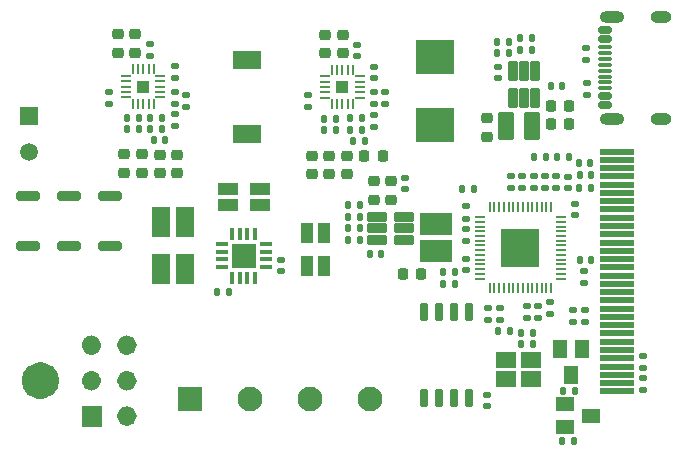
<source format=gbr>
%TF.GenerationSoftware,KiCad,Pcbnew,8.99.0-3334-g98ae574c78*%
%TF.CreationDate,2024-12-15T17:16:10-05:00*%
%TF.ProjectId,SmartPowerBoard,536d6172-7450-46f7-9765-72426f617264,rev?*%
%TF.SameCoordinates,Original*%
%TF.FileFunction,Soldermask,Top*%
%TF.FilePolarity,Negative*%
%FSLAX46Y46*%
G04 Gerber Fmt 4.6, Leading zero omitted, Abs format (unit mm)*
G04 Created by KiCad (PCBNEW 8.99.0-3334-g98ae574c78) date 2024-12-15 17:16:10*
%MOMM*%
%LPD*%
G01*
G04 APERTURE LIST*
G04 Aperture macros list*
%AMRoundRect*
0 Rectangle with rounded corners*
0 $1 Rounding radius*
0 $2 $3 $4 $5 $6 $7 $8 $9 X,Y pos of 4 corners*
0 Add a 4 corners polygon primitive as box body*
4,1,4,$2,$3,$4,$5,$6,$7,$8,$9,$2,$3,0*
0 Add four circle primitives for the rounded corners*
1,1,$1+$1,$2,$3*
1,1,$1+$1,$4,$5*
1,1,$1+$1,$6,$7*
1,1,$1+$1,$8,$9*
0 Add four rect primitives between the rounded corners*
20,1,$1+$1,$2,$3,$4,$5,0*
20,1,$1+$1,$4,$5,$6,$7,0*
20,1,$1+$1,$6,$7,$8,$9,0*
20,1,$1+$1,$8,$9,$2,$3,0*%
G04 Aperture macros list end*
%ADD10C,1.576200*%
%ADD11C,0.836200*%
%ADD12C,0.010000*%
%ADD13RoundRect,0.140000X0.140000X0.170000X-0.140000X0.170000X-0.140000X-0.170000X0.140000X-0.170000X0*%
%ADD14RoundRect,0.135000X-0.185000X0.135000X-0.185000X-0.135000X0.185000X-0.135000X0.185000X0.135000X0*%
%ADD15RoundRect,0.135000X0.135000X0.185000X-0.135000X0.185000X-0.135000X-0.185000X0.135000X-0.185000X0*%
%ADD16RoundRect,0.062500X-0.062500X-0.362500X0.062500X-0.362500X0.062500X0.362500X-0.062500X0.362500X0*%
%ADD17R,0.250000X0.850000*%
%ADD18RoundRect,0.062500X-0.362500X0.062500X-0.362500X-0.062500X0.362500X-0.062500X0.362500X0.062500X0*%
%ADD19R,0.850000X0.250000*%
%ADD20R,1.075000X1.026000*%
%ADD21RoundRect,0.135000X-0.135000X-0.185000X0.135000X-0.185000X0.135000X0.185000X-0.135000X0.185000X0*%
%ADD22RoundRect,0.140000X0.170000X-0.140000X0.170000X0.140000X-0.170000X0.140000X-0.170000X-0.140000X0*%
%ADD23RoundRect,0.140000X-0.140000X-0.170000X0.140000X-0.170000X0.140000X0.170000X-0.140000X0.170000X0*%
%ADD24RoundRect,0.135000X0.185000X-0.135000X0.185000X0.135000X-0.185000X0.135000X-0.185000X-0.135000X0*%
%ADD25R,3.200000X2.850000*%
%ADD26RoundRect,0.140000X-0.170000X0.140000X-0.170000X-0.140000X0.170000X-0.140000X0.170000X0.140000X0*%
%ADD27RoundRect,0.225000X0.250000X-0.225000X0.250000X0.225000X-0.250000X0.225000X-0.250000X-0.225000X0*%
%ADD28RoundRect,0.099250X0.727750X0.297750X-0.727750X0.297750X-0.727750X-0.297750X0.727750X-0.297750X0*%
%ADD29RoundRect,0.087500X-0.425000X-0.087500X0.425000X-0.087500X0.425000X0.087500X-0.425000X0.087500X0*%
%ADD30RoundRect,0.087500X-0.087500X-0.425000X0.087500X-0.425000X0.087500X0.425000X-0.087500X0.425000X0*%
%ADD31R,2.100000X2.100000*%
%ADD32R,3.000000X0.500000*%
%ADD33C,2.100000*%
%ADD34RoundRect,0.200000X0.800000X-0.200000X0.800000X0.200000X-0.800000X0.200000X-0.800000X-0.200000X0*%
%ADD35RoundRect,0.225000X-0.225000X-0.250000X0.225000X-0.250000X0.225000X0.250000X-0.225000X0.250000X0*%
%ADD36R,1.520000X1.520000*%
%ADD37C,1.520000*%
%ADD38R,1.550000X2.550000*%
%ADD39R,2.400000X1.500000*%
%ADD40RoundRect,0.102000X-0.700000X0.500000X-0.700000X-0.500000X0.700000X-0.500000X0.700000X0.500000X0*%
%ADD41RoundRect,0.225000X0.225000X0.250000X-0.225000X0.250000X-0.225000X-0.250000X0.225000X-0.250000X0*%
%ADD42RoundRect,0.225000X-0.250000X0.225000X-0.250000X-0.225000X0.250000X-0.225000X0.250000X0.225000X0*%
%ADD43RoundRect,0.102000X0.500000X0.700000X-0.500000X0.700000X-0.500000X-0.700000X0.500000X-0.700000X0*%
%ADD44RoundRect,0.099250X0.297750X-0.727750X0.297750X0.727750X-0.297750X0.727750X-0.297750X-0.727750X0*%
%ADD45RoundRect,0.102000X0.750000X-0.600000X0.750000X0.600000X-0.750000X0.600000X-0.750000X-0.600000X0*%
%ADD46RoundRect,0.050000X-0.387500X-0.050000X0.387500X-0.050000X0.387500X0.050000X-0.387500X0.050000X0*%
%ADD47RoundRect,0.050000X-0.050000X-0.387500X0.050000X-0.387500X0.050000X0.387500X-0.050000X0.387500X0*%
%ADD48R,3.200000X3.200000*%
%ADD49R,1.750000X1.100000*%
%ADD50R,2.800000X1.850000*%
%ADD51RoundRect,0.102000X0.580000X1.085000X-0.580000X1.085000X-0.580000X-1.085000X0.580000X-1.085000X0*%
%ADD52RoundRect,0.150000X-0.150000X0.650000X-0.150000X-0.650000X0.150000X-0.650000X0.150000X0.650000X0*%
%ADD53RoundRect,0.150000X0.425000X-0.150000X0.425000X0.150000X-0.425000X0.150000X-0.425000X-0.150000X0*%
%ADD54RoundRect,0.075000X0.500000X-0.075000X0.500000X0.075000X-0.500000X0.075000X-0.500000X-0.075000X0*%
%ADD55O,2.100000X1.000000*%
%ADD56O,1.800000X1.000000*%
%ADD57R,1.100000X1.750000*%
G04 APERTURE END LIST*
D10*
%TO.C,J6*%
X138843100Y-102675000D02*
G75*
G02*
X137266900Y-102675000I-788100J0D01*
G01*
X137266900Y-102675000D02*
G75*
G02*
X138843100Y-102675000I788100J0D01*
G01*
D11*
X142793100Y-99675000D02*
G75*
G02*
X141956900Y-99675000I-418100J0D01*
G01*
X141956900Y-99675000D02*
G75*
G02*
X142793100Y-99675000I418100J0D01*
G01*
X142793100Y-102675000D02*
G75*
G02*
X141956900Y-102675000I-418100J0D01*
G01*
X141956900Y-102675000D02*
G75*
G02*
X142793100Y-102675000I418100J0D01*
G01*
X145793100Y-99675000D02*
G75*
G02*
X144956900Y-99675000I-418100J0D01*
G01*
X144956900Y-99675000D02*
G75*
G02*
X145793100Y-99675000I418100J0D01*
G01*
X145793100Y-102675000D02*
G75*
G02*
X144956900Y-102675000I-418100J0D01*
G01*
X144956900Y-102675000D02*
G75*
G02*
X145793100Y-102675000I418100J0D01*
G01*
X145793100Y-105675000D02*
G75*
G02*
X144956900Y-105675000I-418100J0D01*
G01*
X144956900Y-105675000D02*
G75*
G02*
X145793100Y-105675000I418100J0D01*
G01*
D12*
X143211200Y-106511200D02*
X141538800Y-106511200D01*
X141538800Y-104838800D01*
X143211200Y-104838800D01*
X143211200Y-106511200D01*
G36*
X143211200Y-106511200D02*
G01*
X141538800Y-106511200D01*
X141538800Y-104838800D01*
X143211200Y-104838800D01*
X143211200Y-106511200D01*
G37*
%TD*%
D13*
%TO.C,C27*%
X148630000Y-82320000D03*
X147670000Y-82320000D03*
%TD*%
%TO.C,C6*%
X165500000Y-82400000D03*
X164540000Y-82400000D03*
%TD*%
D14*
%TO.C,R10*%
X184298750Y-77447500D03*
X184298750Y-78467500D03*
%TD*%
D15*
%TO.C,R2*%
X163050000Y-81490000D03*
X162030000Y-81490000D03*
%TD*%
D16*
%TO.C,U5*%
X147665000Y-76320000D03*
D17*
X147215000Y-76320000D03*
X146765000Y-76320000D03*
X146315000Y-76320000D03*
D16*
X145865000Y-76320000D03*
D18*
X145315000Y-76870000D03*
D19*
X145315000Y-77320000D03*
X145315000Y-77770000D03*
X145315000Y-78220000D03*
D18*
X145315000Y-78670000D03*
D16*
X145865000Y-79220000D03*
D17*
X146315000Y-79220000D03*
X146765000Y-79220000D03*
X147215000Y-79220000D03*
D16*
X147665000Y-79220000D03*
D18*
X148215000Y-78670000D03*
D19*
X148215000Y-78220000D03*
X148215000Y-77770000D03*
X148215000Y-77320000D03*
D18*
X148215000Y-76870000D03*
D20*
X146765000Y-77770000D03*
%TD*%
D21*
%TO.C,R20*%
X172105000Y-93500000D03*
X173125000Y-93500000D03*
%TD*%
D22*
%TO.C,C24*%
X147375000Y-75160000D03*
X147375000Y-74200000D03*
%TD*%
D23*
%TO.C,C32*%
X181250000Y-77725000D03*
X182210000Y-77725000D03*
%TD*%
D15*
%TO.C,R19*%
X179790000Y-98650000D03*
X178770000Y-98650000D03*
%TD*%
D24*
%TO.C,R26*%
X149415000Y-79240000D03*
X149415000Y-78220000D03*
%TD*%
D13*
%TO.C,C45*%
X166930000Y-91975000D03*
X165970000Y-91975000D03*
%TD*%
D25*
%TO.C,L1*%
X171450000Y-75300000D03*
X171450000Y-81000000D03*
%TD*%
D26*
%TO.C,C36*%
X178875000Y-85365000D03*
X178875000Y-86325000D03*
%TD*%
D27*
%TO.C,C30*%
X146650000Y-85055000D03*
X146650000Y-83505000D03*
%TD*%
D26*
%TO.C,C37*%
X179825000Y-85365000D03*
X179825000Y-86325000D03*
%TD*%
D28*
%TO.C,U8*%
X168835000Y-90725000D03*
X168835000Y-89775000D03*
X168835000Y-88825000D03*
X166525000Y-88825000D03*
X166525000Y-89775000D03*
X166525000Y-90725000D03*
%TD*%
D24*
%TO.C,R34*%
X175975000Y-97525000D03*
X175975000Y-96505000D03*
%TD*%
D27*
%TO.C,C31*%
X145150000Y-85055000D03*
X145150000Y-83505000D03*
%TD*%
D26*
%TO.C,C12*%
X180795000Y-85367500D03*
X180795000Y-86327500D03*
%TD*%
D27*
%TO.C,C28*%
X149650000Y-85080000D03*
X149650000Y-83530000D03*
%TD*%
D21*
%TO.C,R1*%
X162030000Y-80500000D03*
X163050000Y-80500000D03*
%TD*%
D22*
%TO.C,C5*%
X166264663Y-77076885D03*
X166264663Y-76116885D03*
%TD*%
D21*
%TO.C,R33*%
X164065000Y-88775000D03*
X165085000Y-88775000D03*
%TD*%
D29*
%TO.C,U1*%
X153400000Y-91100000D03*
X153400000Y-91750000D03*
X153400000Y-92400000D03*
X153400000Y-93050000D03*
D30*
X154287500Y-93937500D03*
X154937500Y-93937500D03*
X155587500Y-93937500D03*
X156237500Y-93937500D03*
D29*
X157125000Y-93050000D03*
X157125000Y-92400000D03*
X157125000Y-91750000D03*
X157125000Y-91100000D03*
D30*
X156237500Y-90212500D03*
X155587500Y-90212500D03*
X154937500Y-90212500D03*
X154287500Y-90212500D03*
D31*
X155262500Y-92075000D03*
%TD*%
D22*
%TO.C,C52*%
X189075000Y-101585000D03*
X189075000Y-100625000D03*
%TD*%
D27*
%TO.C,C2*%
X163650000Y-74925000D03*
X163650000Y-73375000D03*
%TD*%
D32*
%TO.C,U9*%
X186900000Y-103575000D03*
X186900000Y-102875000D03*
X186900000Y-102175000D03*
X186900000Y-101475000D03*
X186900000Y-100775000D03*
X186900000Y-100075000D03*
X186900000Y-99375000D03*
X186900000Y-98675000D03*
X186900000Y-97975000D03*
X186900000Y-97275000D03*
X186900000Y-96575000D03*
X186900000Y-95875000D03*
X186900000Y-95175000D03*
X186900000Y-94475000D03*
X186900000Y-93775000D03*
X186900000Y-93075000D03*
X186900000Y-92375000D03*
X186900000Y-91675000D03*
X186900000Y-90975000D03*
X186900000Y-90275000D03*
X186900000Y-89575000D03*
X186900000Y-88875000D03*
X186900000Y-88175000D03*
X186900000Y-87475000D03*
X186900000Y-86775000D03*
X186900000Y-86075000D03*
X186900000Y-85375000D03*
X186900000Y-84675000D03*
X186900000Y-83975000D03*
X186900000Y-83275000D03*
%TD*%
D24*
%TO.C,R3*%
X166275000Y-79260000D03*
X166275000Y-78240000D03*
%TD*%
D31*
%TO.C,J7*%
X150760000Y-104200000D03*
D33*
X155840000Y-104200000D03*
X160920000Y-104200000D03*
X166000000Y-104200000D03*
%TD*%
D13*
%TO.C,C34*%
X177780000Y-98500000D03*
X176820000Y-98500000D03*
%TD*%
D24*
%TO.C,R11*%
X184273750Y-75517500D03*
X184273750Y-74497500D03*
%TD*%
D23*
%TO.C,C50*%
X183645000Y-84225000D03*
X184605000Y-84225000D03*
%TD*%
D22*
%TO.C,C12*%
X180220000Y-97337500D03*
X180220000Y-96377500D03*
%TD*%
D34*
%TO.C,SW1*%
X140475000Y-91275000D03*
X140475000Y-87075000D03*
%TD*%
D21*
%TO.C,R12*%
X178650000Y-74645000D03*
X179670000Y-74645000D03*
%TD*%
D35*
%TO.C,C20*%
X181250000Y-79425000D03*
X182800000Y-79425000D03*
%TD*%
D21*
%TO.C,R43*%
X183665000Y-86350000D03*
X184685000Y-86350000D03*
%TD*%
D36*
%TO.C,J1*%
X137110352Y-80300000D03*
D37*
X137110352Y-83299999D03*
%TD*%
D38*
%TO.C,R14*%
X148260000Y-89230000D03*
X150310000Y-89230000D03*
X150310000Y-93180000D03*
X148260000Y-93180000D03*
%TD*%
D39*
%TO.C,L2*%
X155575000Y-81800000D03*
X155575000Y-75500000D03*
%TD*%
D40*
%TO.C,Q4*%
X182490000Y-104685000D03*
X182490000Y-106585000D03*
X184690000Y-105635000D03*
%TD*%
D35*
%TO.C,C19*%
X181250000Y-80925000D03*
X182800000Y-80925000D03*
%TD*%
D27*
%TO.C,C1*%
X162150000Y-74925000D03*
X162150000Y-73375000D03*
%TD*%
D15*
%TO.C,R21*%
X173125000Y-94475000D03*
X172105000Y-94475000D03*
%TD*%
D23*
%TO.C,C49*%
X183720000Y-85225000D03*
X184680000Y-85225000D03*
%TD*%
D24*
%TO.C,R4*%
X166275000Y-81170000D03*
X166275000Y-80150000D03*
%TD*%
D14*
%TO.C,R37*%
X174050000Y-87925000D03*
X174050000Y-88945000D03*
%TD*%
D22*
%TO.C,C17*%
X176785000Y-77085000D03*
X176785000Y-76125000D03*
%TD*%
D26*
%TO.C,C14*%
X181750000Y-85370000D03*
X181750000Y-86330000D03*
%TD*%
D41*
%TO.C,C46*%
X170300000Y-93650000D03*
X168750000Y-93650000D03*
%TD*%
D42*
%TO.C,C43*%
X167750000Y-85800000D03*
X167750000Y-87350000D03*
%TD*%
D13*
%TO.C,C33*%
X179738750Y-99600000D03*
X178778750Y-99600000D03*
%TD*%
D43*
%TO.C,Q1*%
X183915000Y-100015000D03*
X182015000Y-100015000D03*
X182965000Y-102215000D03*
%TD*%
D27*
%TO.C,C22*%
X146100000Y-74900000D03*
X146100000Y-73350000D03*
%TD*%
D24*
%TO.C,R35*%
X176975000Y-97525000D03*
X176975000Y-96505000D03*
%TD*%
D21*
%TO.C,R31*%
X164065000Y-89750000D03*
X165085000Y-89750000D03*
%TD*%
D44*
%TO.C,U2*%
X178075000Y-78775000D03*
X179025000Y-78775000D03*
X179975000Y-78775000D03*
X179975000Y-76465000D03*
X179025000Y-76465000D03*
X178075000Y-76465000D03*
%TD*%
D27*
%TO.C,C7*%
X164030000Y-85170000D03*
X164030000Y-83620000D03*
%TD*%
D26*
%TO.C,C44*%
X168950000Y-85525000D03*
X168950000Y-86485000D03*
%TD*%
D41*
%TO.C,C8*%
X167030000Y-83645000D03*
X165480000Y-83645000D03*
%TD*%
D26*
%TO.C,C15*%
X183325000Y-87675000D03*
X183325000Y-88635000D03*
%TD*%
D42*
%TO.C,C42*%
X166275000Y-85800000D03*
X166275000Y-87350000D03*
%TD*%
D34*
%TO.C,SW3*%
X137025000Y-91275000D03*
X137025000Y-87075000D03*
%TD*%
D21*
%TO.C,R22*%
X145355000Y-80400000D03*
X146375000Y-80400000D03*
%TD*%
D15*
%TO.C,R17*%
X177760000Y-74935000D03*
X176740000Y-74935000D03*
%TD*%
D27*
%TO.C,C18*%
X175900000Y-82025000D03*
X175900000Y-80475000D03*
%TD*%
D15*
%TO.C,R28*%
X148385000Y-81365000D03*
X147365000Y-81365000D03*
%TD*%
D45*
%TO.C,Y1*%
X177500000Y-102510000D03*
X179600000Y-102510000D03*
X179600000Y-100910000D03*
X177500000Y-100910000D03*
%TD*%
D46*
%TO.C,U6*%
X175262500Y-88825000D03*
X175262500Y-89225000D03*
X175262500Y-89625000D03*
X175262500Y-90025000D03*
X175262500Y-90425000D03*
X175262500Y-90825000D03*
X175262500Y-91225000D03*
X175262500Y-91625000D03*
X175262500Y-92025000D03*
X175262500Y-92425000D03*
X175262500Y-92825000D03*
X175262500Y-93225000D03*
X175262500Y-93625000D03*
X175262500Y-94025000D03*
D47*
X176100000Y-94862500D03*
X176500000Y-94862500D03*
X176900000Y-94862500D03*
X177300000Y-94862500D03*
X177700000Y-94862500D03*
X178100000Y-94862500D03*
X178500000Y-94862500D03*
X178900000Y-94862500D03*
X179300000Y-94862500D03*
X179700000Y-94862500D03*
X180100000Y-94862500D03*
X180500000Y-94862500D03*
X180900000Y-94862500D03*
X181300000Y-94862500D03*
D46*
X182137500Y-94025000D03*
X182137500Y-93625000D03*
X182137500Y-93225000D03*
X182137500Y-92825000D03*
X182137500Y-92425000D03*
X182137500Y-92025000D03*
X182137500Y-91625000D03*
X182137500Y-91225000D03*
X182137500Y-90825000D03*
X182137500Y-90425000D03*
X182137500Y-90025000D03*
X182137500Y-89625000D03*
X182137500Y-89225000D03*
X182137500Y-88825000D03*
D47*
X181300000Y-87987500D03*
X180900000Y-87987500D03*
X180500000Y-87987500D03*
X180100000Y-87987500D03*
X179700000Y-87987500D03*
X179300000Y-87987500D03*
X178900000Y-87987500D03*
X178500000Y-87987500D03*
X178100000Y-87987500D03*
X177700000Y-87987500D03*
X177300000Y-87987500D03*
X176900000Y-87987500D03*
X176500000Y-87987500D03*
X176100000Y-87987500D03*
D48*
X178700000Y-91425000D03*
%TD*%
D21*
%TO.C,R16*%
X176740000Y-73960000D03*
X177760000Y-73960000D03*
%TD*%
D22*
%TO.C,C40*%
X174075000Y-93335000D03*
X174075000Y-92375000D03*
%TD*%
D24*
%TO.C,R39*%
X181170000Y-97035000D03*
X181170000Y-96015000D03*
%TD*%
D15*
%TO.C,R40*%
X180868750Y-83772500D03*
X179848750Y-83772500D03*
%TD*%
D49*
%TO.C,R13*%
X156687500Y-86425000D03*
X156687500Y-87825000D03*
X153937500Y-87825000D03*
X153937500Y-86425000D03*
%TD*%
D22*
%TO.C,C26*%
X150395000Y-79480000D03*
X150395000Y-78520000D03*
%TD*%
D27*
%TO.C,C29*%
X148150000Y-85080000D03*
X148150000Y-83530000D03*
%TD*%
D21*
%TO.C,R29*%
X147365000Y-80400000D03*
X148385000Y-80400000D03*
%TD*%
D23*
%TO.C,C13*%
X173795000Y-86475000D03*
X174755000Y-86475000D03*
%TD*%
D50*
%TO.C,L4*%
X171550000Y-89425000D03*
X171550000Y-91725000D03*
%TD*%
D21*
%TO.C,R7*%
X164305000Y-80450000D03*
X165325000Y-80450000D03*
%TD*%
D24*
%TO.C,R38*%
X174050000Y-90845000D03*
X174050000Y-89825000D03*
%TD*%
D15*
%TO.C,R36*%
X165085000Y-87800000D03*
X164065000Y-87800000D03*
%TD*%
D14*
%TO.C,R27*%
X143850000Y-78200000D03*
X143850000Y-79220000D03*
%TD*%
D22*
%TO.C,C47*%
X183190000Y-97690000D03*
X183190000Y-96730000D03*
%TD*%
D14*
%TO.C,R5*%
X160740000Y-78500000D03*
X160740000Y-79520000D03*
%TD*%
D51*
%TO.C,L3*%
X179675000Y-81100000D03*
X177469000Y-81100000D03*
%TD*%
D21*
%TO.C,R42*%
X182280000Y-103515000D03*
X183300000Y-103515000D03*
%TD*%
D22*
%TO.C,C35*%
X175850000Y-104825000D03*
X175850000Y-103865000D03*
%TD*%
D26*
%TO.C,R8*%
X158387500Y-92415000D03*
X158387500Y-93375000D03*
%TD*%
D22*
%TO.C,C48*%
X184140000Y-97690000D03*
X184140000Y-96730000D03*
%TD*%
D15*
%TO.C,R9*%
X179670000Y-73670000D03*
X178650000Y-73670000D03*
%TD*%
D34*
%TO.C,SW2*%
X143925000Y-91275000D03*
X143925000Y-87075000D03*
%TD*%
D15*
%TO.C,R24*%
X146375000Y-81390000D03*
X145355000Y-81390000D03*
%TD*%
D16*
%TO.C,U4*%
X164534663Y-76356885D03*
D17*
X164084663Y-76356885D03*
X163634663Y-76356885D03*
X163184663Y-76356885D03*
D16*
X162734663Y-76356885D03*
D18*
X162184663Y-76906885D03*
D19*
X162184663Y-77356885D03*
X162184663Y-77806885D03*
X162184663Y-78256885D03*
D18*
X162184663Y-78706885D03*
D16*
X162734663Y-79256885D03*
D17*
X163184663Y-79256885D03*
X163634663Y-79256885D03*
X164084663Y-79256885D03*
D16*
X164534663Y-79256885D03*
D18*
X165084663Y-78706885D03*
D19*
X165084663Y-78256885D03*
X165084663Y-77806885D03*
X165084663Y-77356885D03*
D18*
X165084663Y-76906885D03*
D20*
X163634663Y-77806885D03*
%TD*%
D52*
%TO.C,U7*%
X174350000Y-96900000D03*
X173080000Y-96900000D03*
X171810000Y-96900000D03*
X170540000Y-96900000D03*
X170540000Y-104100000D03*
X171810000Y-104100000D03*
X173080000Y-104100000D03*
X174350000Y-104100000D03*
%TD*%
D53*
%TO.C,J2*%
X185873750Y-79372500D03*
X185873750Y-78572500D03*
D54*
X185873750Y-77422500D03*
X185873750Y-76422500D03*
X185873750Y-75922500D03*
X185873750Y-74922500D03*
D53*
X185873750Y-73772500D03*
X185873750Y-72972500D03*
X185873750Y-72972500D03*
X185873750Y-73772500D03*
D54*
X185873750Y-74422500D03*
X185873750Y-75422500D03*
X185873750Y-76922500D03*
X185873750Y-77922500D03*
D53*
X185873750Y-78572500D03*
X185873750Y-79372500D03*
D55*
X186448750Y-80492500D03*
D56*
X190628750Y-80492500D03*
D55*
X186448750Y-71852500D03*
D56*
X190628750Y-71852500D03*
%TD*%
D22*
%TO.C,C38*%
X179250000Y-97335000D03*
X179250000Y-96375000D03*
%TD*%
D13*
%TO.C,C21*%
X153992500Y-95200000D03*
X153032500Y-95200000D03*
%TD*%
D22*
%TO.C,C51*%
X189075000Y-103435000D03*
X189075000Y-102475000D03*
%TD*%
D14*
%TO.C,R18*%
X184100000Y-93365000D03*
X184100000Y-94385000D03*
%TD*%
D15*
%TO.C,R6*%
X165325000Y-81440000D03*
X164305000Y-81440000D03*
%TD*%
D26*
%TO.C,C11*%
X177925000Y-85365000D03*
X177925000Y-86325000D03*
%TD*%
D21*
%TO.C,R44*%
X182205000Y-107810000D03*
X183225000Y-107810000D03*
%TD*%
D27*
%TO.C,C23*%
X144600000Y-74900000D03*
X144600000Y-73350000D03*
%TD*%
D24*
%TO.C,R25*%
X149415000Y-81150000D03*
X149415000Y-80130000D03*
%TD*%
D22*
%TO.C,C4*%
X167255000Y-79210000D03*
X167255000Y-78250000D03*
%TD*%
%TO.C,C25*%
X149425000Y-77030000D03*
X149425000Y-76070000D03*
%TD*%
D27*
%TO.C,C9*%
X162530000Y-85170000D03*
X162530000Y-83620000D03*
%TD*%
D22*
%TO.C,C3*%
X164875000Y-75205000D03*
X164875000Y-74245000D03*
%TD*%
D13*
%TO.C,C39*%
X184675000Y-92425000D03*
X183715000Y-92425000D03*
%TD*%
D15*
%TO.C,R32*%
X165085000Y-90725000D03*
X164065000Y-90725000D03*
%TD*%
D27*
%TO.C,C10*%
X161030000Y-85170000D03*
X161030000Y-83620000D03*
%TD*%
D15*
%TO.C,R41*%
X182783750Y-83757500D03*
X181763750Y-83757500D03*
%TD*%
D57*
%TO.C,R15*%
X162062500Y-92925000D03*
X160662500Y-92925000D03*
X160662500Y-90175000D03*
X162062500Y-90175000D03*
%TD*%
D26*
%TO.C,C16*%
X182725000Y-85395000D03*
X182725000Y-86355000D03*
%TD*%
M02*

</source>
